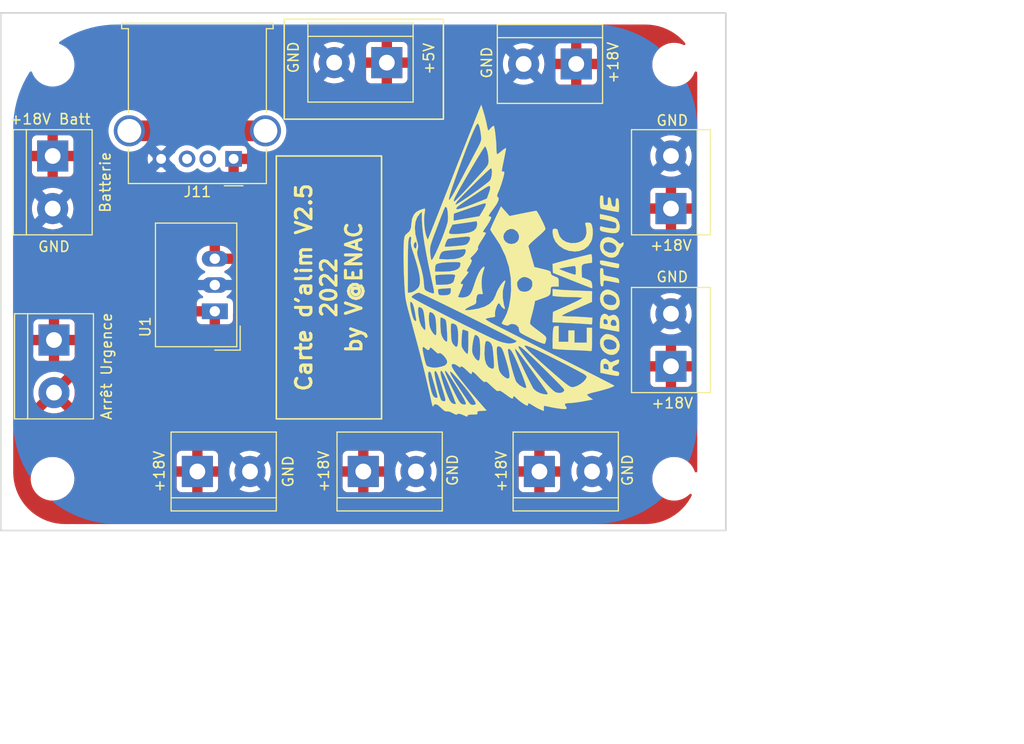
<source format=kicad_pcb>
(kicad_pcb (version 20211014) (generator pcbnew)
  (layers (0 "F.Cu" signal) (31 "B.Cu" signal) (34 "B.Paste" user) (35 "F.Paste" user) (36 "B.SilkS" user "B.Silkscreen") (37 "F.SilkS" user "F.Silkscreen") (38 "B.Mask" user) (39 "F.Mask" user) (44 "Edge.Cuts" user))
  (net 0 "")
  (net 1 "+18V_prot")
  (net 2 "GND")
  (net 3 "+18V_Bat")
  (net 4 "+5V")
  (net 7 "unconnected-(J11-Pad5)")
  (footprint "lib:logo" (layer "F.Cu") (at 124.46 93.98 90)
    (fp_text reference "G***" hide)
    (fp_text value "LOGO" hide)
  )
  (footprint "MountingHole:MountingHole_3.2mm_M3" (layer "F.Cu") (at 140 115)
    (fp_text reference "REF**" hide)
    (fp_text value "MountingHole_3.2mm_M3" hide)
    (pad "" np_thru_hole circle (at 0 0) (size 3.2 3.2) (drill 3.2) (layers F&B.Cu *.Mask))
  )
  (footprint "TerminalBlock:TerminalBlock_bornier-2_P5.08mm" (layer "F.Cu") (at 139.7 88.9 90)
    (fp_text reference "J9" hide)
    (fp_text value "Screw_Terminal_01x02" hide)
    (pad "1" thru_hole rect (at 0 0 90) (size 3 3) (drill 1.52) (layers *.Cu *.Mask) (net 1 "+18V_prot"))
    (pad "2" thru_hole circle (at 5.08 0 90) (size 3 3) (drill 1.52) (layers *.Cu *.Mask) (net 2 "GND"))
  )
  (footprint "Converter_DCDC:Converter_DCDC_TRACO_TSR-1_THT" (layer "F.Cu") (at 95.6625 98.8255 90)
    (fp_text reference "U1" (at -1.5 -6.71 90) (layer "F.SilkS"))
    (fp_text value "TSR_1-2450")
    (pad "1" thru_hole rect (at 0 0 90) (size 1.5 2.5) (drill 1) (layers *.Cu *.Mask) (net 3 "+18V_Bat"))
    (pad "2" thru_hole oval (at 2.54 0 90) (size 1.5 2.5) (drill 1) (layers *.Cu *.Mask) (net 2 "GND"))
    (pad "3" thru_hole oval (at 5.08 0 90) (size 1.5 2.5) (drill 1) (layers *.Cu *.Mask) (net 4 "+5V"))
  )
  (footprint "TerminalBlock:TerminalBlock_bornier-2_P5.08mm" (layer "F.Cu") (at 112.268 74.803 180)
    (fp_text reference "J12" hide)
    (fp_text value "Screw_Terminal_01x02" hide)
    (pad "1" thru_hole rect (at 0 0 180) (size 3 3) (drill 1.52) (layers *.Cu *.Mask) (net 4 "+5V"))
    (pad "2" thru_hole circle (at 5.08 0 180) (size 3 3) (drill 1.52) (layers *.Cu *.Mask) (net 2 "GND"))
  )
  (footprint "TerminalBlock:TerminalBlock_bornier-2_P5.08mm" (layer "F.Cu") (at 80.01 83.82 -90)
    (fp_text reference "Batterie" (at 2.54 -5.08 90) (layer "F.SilkS"))
    (fp_text value "Screw_Terminal_01x02" hide)
    (pad "1" thru_hole rect (at 0 0 270) (size 3 3) (drill 1.52) (layers *.Cu *.Mask) (net 3 "+18V_Bat"))
    (pad "2" thru_hole circle (at 5.08 0 270) (size 3 3) (drill 1.52) (layers *.Cu *.Mask) (net 2 "GND"))
  )
  (footprint "TerminalBlock:TerminalBlock_bornier-2_P5.08mm" (layer "F.Cu") (at 93.98 114.3)
    (fp_text reference "J2" hide)
    (fp_text value "Screw_Terminal_01x02" hide)
    (pad "1" thru_hole rect (at 0 0) (size 3 3) (drill 1.52) (layers *.Cu *.Mask) (net 1 "+18V_prot"))
    (pad "2" thru_hole circle (at 5.08 0) (size 3 3) (drill 1.52) (layers *.Cu *.Mask) (net 2 "GND"))
  )
  (footprint "Connector_USB:USB_A_Molex_67643_Horizontal" (layer "F.Cu") (at 97.48 84.1 180)
    (fp_text reference "J11" (at 3.5 -3.19) (layer "F.SilkS"))
    (fp_text value "USB_A")
    (pad "1" thru_hole rect (at 0 0 180) (size 1.6 1.5) (drill 0.95) (layers *.Cu *.Mask) (net 4 "+5V"))
    (pad "2" thru_hole circle (at 2.5 0 180) (size 1.6 1.6) (drill 0.95) (layers *.Cu *.Mask))
    (pad "3" thru_hole circle (at 4.5 0 180) (size 1.6 1.6) (drill 0.95) (layers *.Cu *.Mask))
    (pad "4" thru_hole circle (at 7 0 180) (size 1.6 1.6) (drill 0.95) (layers *.Cu *.Mask) (net 2 "GND"))
    (pad "5" thru_hole circle (at 10.07 2.71 180) (size 3 3) (drill 2.3) (layers *.Cu *.Mask) (net 7 "unconnected-(J11-Pad5)"))
    (pad "5" thru_hole circle (at -3.07 2.71 180) (size 3 3) (drill 2.3) (layers *.Cu *.Mask) (net 7 "unconnected-(J11-Pad5)"))
  )
  (footprint "TerminalBlock:TerminalBlock_bornier-2_P5.08mm" (layer "F.Cu") (at 80.137 101.6 -90)
    (fp_text reference "Arrêt Urgence" (at 2.54 -5.08 90) (layer "F.SilkS"))
    (fp_text value "Screw_Terminal_01x02" hide)
    (pad "1" thru_hole rect (at 0 0 270) (size 3 3) (drill 1.52) (layers *.Cu *.Mask) (net 3 "+18V_Bat"))
    (pad "2" thru_hole circle (at 5.08 0 270) (size 3 3) (drill 1.52) (layers *.Cu *.Mask) (net 1 "+18V_prot"))
  )
  (footprint "MountingHole:MountingHole_3.2mm_M3" (layer "F.Cu") (at 80 75)
    (fp_text reference "REF**" hide)
    (fp_text value "MountingHole_3.2mm_M3" hide)
    (pad "" np_thru_hole circle (at 0 0) (size 3.2 3.2) (drill 3.2) (layers *.Cu *.Mask))
  )
  (footprint "MountingHole:MountingHole_3.2mm_M3" (layer "F.Cu") (at 80 115)
    (fp_text reference "REF**" hide)
    (fp_text value "MountingHole_3.2mm_M3" hide)
    (pad "" np_thru_hole circle (at 0 0) (size 3.2 3.2) (drill 3.2) (layers F&B.Cu *.Mask))
  )
  (footprint "TerminalBlock:TerminalBlock_bornier-2_P5.08mm" (layer "F.Cu") (at 130.556 74.93 180)
    (fp_text reference "J5" hide)
    (fp_text value "Screw_Terminal_01x02" hide)
    (pad "1" thru_hole rect (at 0 0 180) (size 3 3) (drill 1.52) (layers *.Cu *.Mask) (net 1 "+18V_prot"))
    (pad "2" thru_hole circle (at 5.08 0 180) (size 3 3) (drill 1.52) (layers *.Cu *.Mask) (net 2 "GND"))
  )
  (footprint "TerminalBlock:TerminalBlock_bornier-2_P5.08mm" (layer "F.Cu") (at 110 114.3)
    (fp_text reference "J3" hide)
    (fp_text value "Screw_Terminal_01x02" hide)
    (pad "1" thru_hole rect (at 0 0) (size 3 3) (drill 1.52) (layers *.Cu *.Mask) (net 1 "+18V_prot"))
    (pad "2" thru_hole circle (at 5.08 0) (size 3 3) (drill 1.52) (layers *.Cu *.Mask) (net 2 "GND"))
  )
  (footprint "TerminalBlock:TerminalBlock_bornier-2_P5.08mm" (layer "F.Cu") (at 127 114.3)
    (fp_text reference "J1" hide)
    (fp_text value "Screw_Terminal_01x02" hide)
    (pad "1" thru_hole rect (at 0 0) (size 3 3) (drill 1.52) (layers *.Cu *.Mask) (net 1 "+18V_prot"))
    (pad "2" thru_hole circle (at 5.08 0) (size 3 3) (drill 1.52) (layers *.Cu *.Mask) (net 2 "GND"))
  )
  (footprint "TerminalBlock:TerminalBlock_bornier-2_P5.08mm" (layer "F.Cu") (at 139.7 104.14 90)
    (fp_text reference "J4" hide)
    (fp_text value "Screw_Terminal_01x02" hide)
    (pad "1" thru_hole rect (at 0 0 90) (size 3 3) (drill 1.52) (layers *.Cu *.Mask) (net 1 "+18V_prot"))
    (pad "2" thru_hole circle (at 5.08 0 90) (size 3 3) (drill 1.52) (layers *.Cu *.Mask) (net 2 "GND"))
  )
  (footprint "MountingHole:MountingHole_3.2mm_M3" (layer "F.Cu") (at 140 75)
    (fp_text reference "REF**" hide)
    (fp_text value "MountingHole_3.2mm_M3" hide)
    (pad "" np_thru_hole circle (at 0 0) (size 3.2 3.2) (drill 3.2) (layers F&B.Cu *.Mask))
  )
  (gr_rect (start 101.6 109.22) (end 111.76 83.82) (layer "F.SilkS") (width 0.15) (fill none))
  (gr_rect (start 102.362 70.612) (end 117.729 80.264) (layer "F.SilkS") (width 0.15) (fill none))
  (gr_rect (start 75 70) (end 145 120) (layer "Edge.Cuts") (width 0.15) (fill none))
  (gr_text "GND" (at 139.827 80.391) (layer "F.SilkS") (effects (font (size 1 1))))
  (gr_text "+5V" (at 116.332 74.422 90) (layer "F.SilkS") (effects (font (size 1 1))))
  (gr_text "GND" (at 118.618 114.173 90) (layer "F.SilkS") (effects (font (size 1 1))))
  (gr_text "GND" (at 139.827 95.504) (layer "F.SilkS") (effects (font (size 1 1))))
  (gr_text "GND" (at 103.251 74.295 90) (layer "F.SilkS") (effects (font (size 1 1))))
  (gr_text "+18V" (at 106.172 114.3 90) (layer "F.SilkS") (effects (font (size 1 1))))
  (gr_text "GND" (at 135.509 114.173 90) (layer "F.SilkS") (effects (font (size 1 1))))
  (gr_text "Carte d'alim V2.5\n2022\nby V@ENAC" (at 106.68 96.52 90) (layer "F.SilkS") (effects (font (size 1.5 1.5) (thickness 0.3))))
  (gr_text "+18V" (at 123.317 114.3 90) (layer "F.SilkS") (effects (font (size 1 1))))
  (gr_text "+18V" (at 90.297 114.3 90) (layer "F.SilkS") (effects (font (size 1 1))))
  (gr_text "+18V" (at 139.827 107.696) (layer "F.SilkS") (effects (font (size 1 1))))
  (gr_text "GND" (at 121.92 74.803 90) (layer "F.SilkS") (effects (font (size 1 1))))
  (gr_text "GND" (at 102.743 114.3 90) (layer "F.SilkS") (effects (font (size 1 1))))
  (gr_text "+18V" (at 134.112 74.803 90) (layer "F.SilkS") (effects (font (size 1 1))))
  (gr_text "GND" (at 80.137 92.583) (layer "F.SilkS") (effects (font (size 1 1))))
  (gr_text "+18V Batt" (at 79.756 80.264) (layer "F.SilkS") (effects (font (size 1 1))))
  (gr_text "+18V" (at 139.7 92.456) (layer "F.SilkS") (effects (font (size 1 1))))
  (segment (start 100.55 81.39) (end 87.41 81.39) (width 2) (layer "F.Cu") (net 7))
  (zone (net 3) (net_name "+18V_Bat") (layer "F.Cu") (connect_pads (clearance 0.508)) (min_thickness 0.254) (fill yes (thermal_gap 0.5) (thermal_bridge_width 1) (smoothing fillet) (radius 5))
    (polygon (pts (xy 85.09 86.36) (xy 92.71 97.79) (xy 97.79 97.79) (xy 97.79 101.6) (xy 95.25 104.14) (xy 76.2 104.14) (xy 76.2 80.01) (xy 85.09 80.01)))
  )
  (zone (net 4) (net_name "+5V") (layer "F.Cu") (connect_pads (clearance 0.508)) (min_thickness 0.254) (fill yes (thermal_gap 0.5) (thermal_bridge_width 1) (smoothing fillet) (radius 5))
    (polygon (pts (xy 119.38 78.74) (xy 102.87 95.25) (xy 93.98 95.25) (xy 93.98 88.9) (xy 96.52 86.36) (xy 96.52 82.55) (xy 99.06 82.55) (xy 100.33 83.82) (xy 102.87 83.82) (xy 102.87 71.12) (xy 119.38 71.12)))
  )
  (zone (net 1) (net_name "+18V_prot") (layer "F.Cu") (connect_pads (clearance 0.508)) (min_thickness 0.254) (fill yes (thermal_gap 0.5) (thermal_bridge_width 1) (smoothing fillet) (radius 5))
    (polygon (pts (xy 142.24 119.38) (xy 76.2 119.38) (xy 76.2 104.648) (xy 99.06 104.648) (xy 125.73 78.74) (xy 125.73 71.12) (xy 142.24 71.12)))
  )
  (zone (net 2) (net_name "GND") (layer "B.Cu") (connect_pads (clearance 0.508)) (min_thickness 0.254) (fill yes (thermal_gap 0.5) (thermal_bridge_width 1) (smoothing fillet) (radius 10))
    (polygon (pts (xy 142.24 119.38) (xy 76.2 119.38) (xy 76.2 71.12) (xy 142.24 71.12)))
  )
)
</source>
